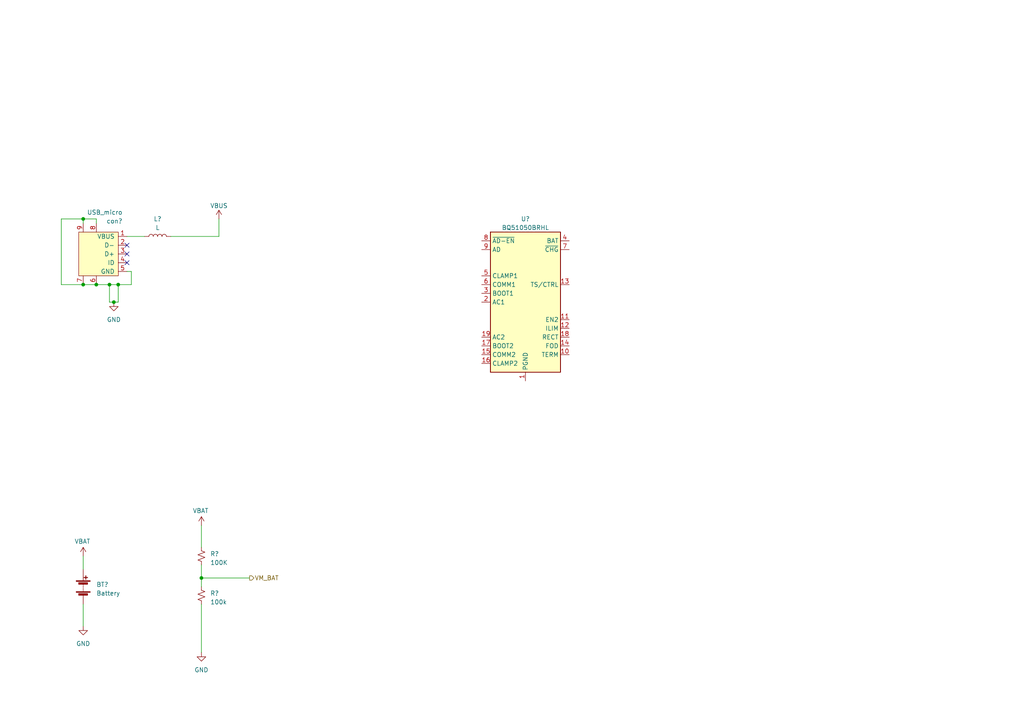
<source format=kicad_sch>
(kicad_sch (version 20210406) (generator eeschema)
  (paper "A4")
  (lib_symbols
    (symbol "Battery_Management:BQ51050BRHL"
      (property "Reference" "U" (at -8.89 21.59 0))
      (property "Value" "BQ51050BRHL" (at 7.62 21.59 0))
      (symbol "BQ51050BRHL_0_1"
        (rectangle (start -10.16 -20.32) (end 10.16 20.32) (stroke (width 0.254)) (fill (type background)))
      )
      (symbol "BQ51050BRHL_1_1"
        (pin power_in line (at 0 -22.86 90) (length 2.54) (name "PGND") (number "1"))
        (pin input line (at 12.7 -15.24 180) (length 2.54) (name "TERM") (number "10"))
        (pin input line (at 12.7 -5.08 180) (length 2.54) (name "EN2") (number "11"))
        (pin passive line (at 12.7 -7.62 180) (length 2.54) (name "ILIM") (number "12"))
        (pin input line (at 12.7 5.08 180) (length 2.54) (name "TS/CTRL") (number "13"))
        (pin input line (at 12.7 -12.7 180) (length 2.54) (name "FOD") (number "14"))
        (pin open_collector line (at -12.7 -15.24 0) (length 2.54) (name "COMM2") (number "15"))
        (pin open_collector line (at -12.7 -17.78 0) (length 2.54) (name "CLAMP2") (number "16"))
        (pin passive line (at -12.7 -12.7 0) (length 2.54) (name "BOOT2") (number "17"))
        (pin passive line (at 12.7 -10.16 180) (length 2.54) (name "RECT") (number "18"))
        (pin input line (at -12.7 -10.16 0) (length 2.54) (name "AC2") (number "19"))
        (pin input line (at -12.7 0 0) (length 2.54) (name "AC1") (number "2"))
        (pin passive line (at 0 -22.86 90) (length 2.54) hide (name "PGND") (number "20"))
        (pin passive line (at 0 -22.86 90) (length 2.54) hide (name "PGND") (number "21"))
        (pin passive line (at -12.7 2.54 0) (length 2.54) (name "BOOT1") (number "3"))
        (pin power_out line (at 12.7 17.78 180) (length 2.54) (name "BAT") (number "4"))
        (pin open_collector line (at -12.7 7.62 0) (length 2.54) (name "CLAMP1") (number "5"))
        (pin open_collector line (at -12.7 5.08 0) (length 2.54) (name "COMM1") (number "6"))
        (pin open_collector line (at 12.7 15.24 180) (length 2.54) (name "~CHG") (number "7"))
        (pin output line (at -12.7 17.78 0) (length 2.54) (name "~AD-EN") (number "8"))
        (pin input line (at -12.7 15.24 0) (length 2.54) (name "AD") (number "9"))
      )
    )
    (symbol "Device:Battery" (pin_numbers hide) (pin_names (offset 0) hide)
      (property "Reference" "BT" (at 2.54 2.54 0))
      (property "Value" "Battery" (at 2.54 0 0))
      (symbol "Battery_0_1"
        (rectangle (start -2.032 -1.397) (end 2.032 -1.651) (fill (type outline)))
        (rectangle (start -2.032 1.778) (end 2.032 1.524) (fill (type outline)))
        (rectangle (start -1.3208 -1.9812) (end 1.27 -2.4892) (fill (type outline)))
        (rectangle (start -1.3208 1.1938) (end 1.27 0.6858) (fill (type outline)))
        (polyline (pts (xy 0 -1.524) (xy 0 -1.27)))
        (polyline (pts (xy 0 -1.016) (xy 0 -0.762)))
        (polyline (pts (xy 0 -0.508) (xy 0 -0.254)))
        (polyline (pts (xy 0 0) (xy 0 0.254)))
        (polyline (pts (xy 0 0.508) (xy 0 0.762)))
        (polyline (pts (xy 0 1.778) (xy 0 2.54)))
        (polyline (pts (xy 0.254 2.667) (xy 1.27 2.667)) (stroke (width 0.254)))
        (polyline (pts (xy 0.762 3.175) (xy 0.762 2.159)) (stroke (width 0.254)))
      )
      (symbol "Battery_1_1"
        (pin passive line (at 0 5.08 270) (length 2.54) (name "+") (number "1"))
        (pin passive line (at 0 -5.08 90) (length 2.54) (name "-") (number "2"))
      )
    )
    (symbol "Device:L" (pin_numbers hide) (pin_names (offset 1.016) hide)
      (property "Reference" "L" (at -1.27 0 90))
      (property "Value" "L" (at 1.905 0 90))
      (symbol "L_0_1"
        (arc (start 0 -2.54) (end 0 -1.27) (radius (at 0 -1.905) (length 0.635) (angles -89.9 89.9)))
        (arc (start 0 -1.27) (end 0 0) (radius (at 0 -0.635) (length 0.635) (angles -89.9 89.9)))
        (arc (start 0 0) (end 0 1.27) (radius (at 0 0.635) (length 0.635) (angles -89.9 89.9)))
        (arc (start 0 1.27) (end 0 2.54) (radius (at 0 1.905) (length 0.635) (angles -89.9 89.9)))
      )
      (symbol "L_1_1"
        (pin passive line (at 0 3.81 270) (length 1.27) (name "1") (number "1"))
        (pin passive line (at 0 -3.81 90) (length 1.27) (name "2") (number "2"))
      )
    )
    (symbol "Device:R_Small_US" (pin_numbers hide) (pin_names (offset 0.254) hide)
      (property "Reference" "R" (at 0.762 0.508 0))
      (property "Value" "R_Small_US" (at 0.762 -1.016 0))
      (symbol "R_Small_US_1_1"
        (polyline (pts (xy 0 0) (xy 1.016 -0.381) (xy 0 -0.762) (xy -1.016 -1.143) (xy 0 -1.524)))
        (polyline (pts (xy 0 1.524) (xy 1.016 1.143) (xy 0 0.762) (xy -1.016 0.381) (xy 0 0)))
        (pin passive line (at 0 2.54 270) (length 1.016) (name "~") (number "1"))
        (pin passive line (at 0 -2.54 90) (length 1.016) (name "~") (number "2"))
      )
    )
    (symbol "conectors:USB_micro" (pin_names (offset 1.016))
      (property "Reference" "con" (at 6.35 -3.81 90))
      (property "Value" "USB_micro" (at 10.16 -5.08 90))
      (symbol "USB_micro_0_1"
        (rectangle (start 0 1.27) (end 11.43 -11.43) (fill (type background)))
      )
      (symbol "USB_micro_1_1"
        (pin power_in line (at -2.54 0 0) (length 2.54) (name "VBUS") (number "1"))
        (pin bidirectional line (at -2.54 -2.54 0) (length 2.54) (name "D-") (number "2"))
        (pin bidirectional line (at -2.54 -5.08 0) (length 2.54) (name "D+") (number "3"))
        (pin unspecified line (at -2.54 -7.62 0) (length 2.54) (name "ID") (number "4"))
        (pin power_out line (at -2.54 -10.16 0) (length 2.54) (name "GND") (number "5"))
        (pin unspecified line (at 6.35 -13.97 90) (length 2.54) (name "~") (number "6"))
        (pin unspecified line (at 10.16 -13.97 90) (length 2.54) (name "~") (number "7"))
        (pin passive line (at 6.35 3.81 270) (length 2.54) (name "~") (number "8"))
        (pin passive line (at 10.16 3.81 270) (length 2.54) (name "~") (number "9"))
      )
    )
    (symbol "power:GND" (power) (pin_names (offset 0))
      (property "Value" "GND" (at 0 -3.81 0))
      (symbol "GND_0_1"
        (polyline (pts (xy 0 0) (xy 0 -1.27) (xy 1.27 -1.27) (xy 0 -2.54) (xy -1.27 -1.27) (xy 0 -1.27)))
      )
      (symbol "GND_1_1"
        (pin power_in line (at 0 0 270) (length 0) hide (name "GND") (number "1"))
      )
    )
    (symbol "power:VBUS" (power) (pin_names (offset 0))
      (property "Value" "VBUS" (at 0 3.81 0))
      (symbol "VBUS_0_1"
        (polyline (pts (xy -0.762 1.27) (xy 0 2.54)))
        (polyline (pts (xy 0 0) (xy 0 2.54)))
        (polyline (pts (xy 0 2.54) (xy 0.762 1.27)))
      )
      (symbol "VBUS_1_1"
        (pin power_in line (at 0 0 90) (length 0) hide (name "VBUS") (number "1"))
      )
    )
    (symbol "power:vbat" (power) (in_bom no) (on_board no)
      (property "Value" "vbat" (at 3.81 2.54 0))
      (symbol "vbat_0_1"
        (polyline (pts (xy -0.762 1.27) (xy 0 2.54)))
        (polyline (pts (xy 0 0) (xy 0 2.54)))
        (polyline (pts (xy 0 2.54) (xy 0.762 1.27)))
      )
      (symbol "vbat_1_1"
        (pin power_in line (at 0 0 90) (length 0) hide (name "VBAT") (number "1"))
      )
    )
  )
  (junction (at 24.13 63.5) (diameter 0.9144))
  (junction (at 24.13 82.55) (diameter 0.9144))
  (junction (at 27.94 82.55) (diameter 0.9144))
  (junction (at 31.75 82.55) (diameter 0.9144))
  (junction (at 33.02 87.63) (diameter 0.9144))
  (junction (at 34.29 82.55) (diameter 0.9144))
  (junction (at 58.42 167.64) (diameter 0.9144))
  (no_connect (at 36.83 71.12))
  (no_connect (at 36.83 73.66))
  (no_connect (at 36.83 76.2))
  (wire (pts (xy 17.78 63.5) (xy 24.13 63.5)))
  (wire (pts (xy 17.78 82.55) (xy 17.78 63.5)))
  (wire (pts (xy 17.78 82.55) (xy 24.13 82.55)))
  (wire (pts (xy 24.13 63.5) (xy 27.94 63.5)))
  (wire (pts (xy 24.13 64.77) (xy 24.13 63.5)))
  (wire (pts (xy 24.13 82.55) (xy 27.94 82.55)))
  (wire (pts (xy 24.13 161.29) (xy 24.13 165.1)))
  (wire (pts (xy 24.13 175.26) (xy 24.13 181.61)))
  (wire (pts (xy 27.94 64.77) (xy 27.94 63.5)))
  (wire (pts (xy 31.75 82.55) (xy 27.94 82.55)))
  (wire (pts (xy 31.75 87.63) (xy 31.75 82.55)))
  (wire (pts (xy 33.02 87.63) (xy 31.75 87.63)))
  (wire (pts (xy 34.29 82.55) (xy 31.75 82.55)))
  (wire (pts (xy 34.29 82.55) (xy 34.29 87.63)))
  (wire (pts (xy 34.29 87.63) (xy 33.02 87.63)))
  (wire (pts (xy 36.83 68.58) (xy 41.91 68.58)))
  (wire (pts (xy 36.83 78.74) (xy 38.1 78.74)))
  (wire (pts (xy 38.1 78.74) (xy 38.1 82.55)))
  (wire (pts (xy 38.1 82.55) (xy 34.29 82.55)))
  (wire (pts (xy 49.53 68.58) (xy 63.5 68.58)))
  (wire (pts (xy 58.42 152.4) (xy 58.42 158.75)))
  (wire (pts (xy 58.42 163.83) (xy 58.42 167.64)))
  (wire (pts (xy 58.42 167.64) (xy 58.42 170.18)))
  (wire (pts (xy 58.42 167.64) (xy 72.39 167.64)))
  (wire (pts (xy 58.42 175.26) (xy 58.42 189.23)))
  (wire (pts (xy 63.5 63.5) (xy 63.5 68.58)))
  (hierarchical_label "VM_BAT" (shape output) (at 72.39 167.64 0))
  (symbol (lib_id "power:vbat") (at 24.13 161.29 0) (unit 1) (in_bom no) (on_board no)
    (property "Reference" "#vbat?" (effects hide))
    (property "Value" "vbat" (at 21.59 157.0354 0) (effects (justify left)))
  )
  (symbol (lib_id "power:vbat") (at 58.42 152.4 0) (unit 1) (in_bom no) (on_board no)
    (property "Reference" "#vbat?" (effects hide))
    (property "Value" "vbat" (at 55.88 148.1454 0) (effects (justify left)))
  )
  (symbol (lib_id "power:VBUS") (at 63.5 63.5 0) (unit 1)
    (property "Reference" "#PWR?" (effects hide))
    (property "Value" "VBUS" (at 63.5 59.69 0))
  )
  (symbol (lib_id "power:GND") (at 24.13 181.61 0) (unit 1)
    (property "Reference" "#PWR?" (effects hide))
    (property "Value" "GND" (at 24.13 186.69 0))
  )
  (symbol (lib_id "power:GND") (at 33.02 87.63 0) (unit 1)
    (property "Reference" "#PWR?" (effects hide))
    (property "Value" "GND" (at 33.02 92.71 0))
  )
  (symbol (lib_id "power:GND") (at 58.42 189.23 0) (unit 1)
    (property "Reference" "#PWR?" (effects hide))
    (property "Value" "GND" (at 58.42 194.31 0))
  )
  (symbol (lib_id "Device:L") (at 45.72 68.58 90) (unit 1)
    (property "Reference" "L?" (at 45.72 63.5 90))
    (property "Value" "L" (at 45.72 66.04 90))
    (property "Footprint" "vanalles:0603RL" (effects hide))
    (property "comment " "ferite bead" (effects hide))
  )
  (symbol (lib_id "Device:R_Small_US") (at 58.42 161.29 180) (unit 1)
    (property "Reference" "R?" (at 60.96 160.6549 0) (effects (justify right)))
    (property "Value" "100K" (at 60.96 163.1949 0) (effects (justify right)))
    (property "Footprint" "vanalles:0603RL" (effects hide))
  )
  (symbol (lib_id "Device:R_Small_US") (at 58.42 172.72 180) (unit 1)
    (property "Reference" "R?" (at 60.96 172.0849 0) (effects (justify right)))
    (property "Value" "100k" (at 60.96 174.6249 0) (effects (justify right)))
    (property "Footprint" "vanalles:0603RL" (effects hide))
  )
  (symbol (lib_id "Device:Battery") (at 24.13 170.18 0) (unit 1)
    (property "Reference" "BT?" (at 27.94 169.5449 0) (effects (justify left)))
    (property "Value" "Battery" (at 27.94 172.0849 0) (effects (justify left)))
    (property "Footprint" "connectors_user:jst 2 pin" (effects hide))
  )
  (symbol (lib_id "conectors:USB_micro") (at 34.29 68.58 0) (mirror y) (unit 1)
    (property "Reference" "con?" (at 35.56 64.1351 0) (effects (justify left)))
    (property "Value" "USB_micro" (at 35.56 61.5951 0) (effects (justify left)))
    (property "Footprint" "connectors_user:MILLMAX_897-43-005-00-100001" (effects hide))
  )
  (symbol (lib_id "Battery_Management:BQ51050BRHL") (at 152.4 87.63 0) (unit 1)
    (property "Reference" "U?" (at 152.4 63.5 0))
    (property "Value" "BQ51050BRHL" (at 152.4 66.04 0))
    (property "Footprint" "Package_DFN_QFN:Texas_VQFN-RHL-20" (effects hide))
    (property "Datasheet" "http://www.ti.com/lit/ds/symlink/bq51050b.pdf" (effects hide))
  )
)
</source>
